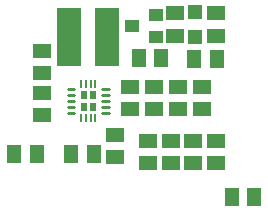
<source format=gbr>
G04 EAGLE Gerber RS-274X export*
G75*
%MOMM*%
%FSLAX34Y34*%
%LPD*%
%INSolderpaste Top*%
%IPPOS*%
%AMOC8*
5,1,8,0,0,1.08239X$1,22.5*%
G01*
%ADD10C,0.280000*%
%ADD11R,0.230000X0.800000*%
%ADD12R,0.600000X0.800000*%
%ADD13R,2.000000X5.000000*%
%ADD14R,1.500000X1.300000*%
%ADD15R,1.300000X1.500000*%
%ADD16R,1.200000X1.200000*%
%ADD17R,1.200000X1.000000*%


D10*
X109400Y101440D02*
X115100Y101440D01*
X115100Y96440D02*
X109400Y96440D01*
X109400Y91440D02*
X115100Y91440D01*
X115100Y86440D02*
X109400Y86440D01*
X109400Y81440D02*
X115100Y81440D01*
X138900Y81440D02*
X144600Y81440D01*
X144600Y86440D02*
X138900Y86440D01*
X138900Y91440D02*
X144600Y91440D01*
X144600Y96440D02*
X138900Y96440D01*
X138900Y101440D02*
X144600Y101440D01*
D11*
X133000Y76840D03*
X129000Y76840D03*
X125000Y76840D03*
X121000Y76840D03*
X121000Y106040D03*
X125000Y106040D03*
X129000Y106040D03*
X133000Y106040D03*
D12*
X123000Y86440D03*
X131000Y86440D03*
X123000Y96440D03*
X131000Y96440D03*
D13*
X111000Y146050D03*
X143000Y146050D03*
D14*
X87630Y98400D03*
X87630Y79400D03*
X87630Y114960D03*
X87630Y133960D03*
X149860Y62840D03*
X149860Y43840D03*
X215900Y57760D03*
X215900Y38760D03*
X177800Y38760D03*
X177800Y57760D03*
X196850Y57760D03*
X196850Y38760D03*
D15*
X188570Y128270D03*
X169570Y128270D03*
D14*
X223520Y103480D03*
X223520Y84480D03*
X182880Y103480D03*
X182880Y84480D03*
X203200Y103480D03*
X203200Y84480D03*
D16*
X217170Y166710D03*
X217170Y145710D03*
D14*
X200660Y165710D03*
X200660Y146710D03*
D17*
X163990Y154940D03*
X183990Y164440D03*
X183990Y145440D03*
D15*
X64160Y46990D03*
X83160Y46990D03*
X248310Y10160D03*
X267310Y10160D03*
D14*
X234950Y38760D03*
X234950Y57760D03*
D15*
X235560Y127000D03*
X216560Y127000D03*
D14*
X234950Y146710D03*
X234950Y165710D03*
X162560Y103480D03*
X162560Y84480D03*
D15*
X112420Y46990D03*
X131420Y46990D03*
M02*

</source>
